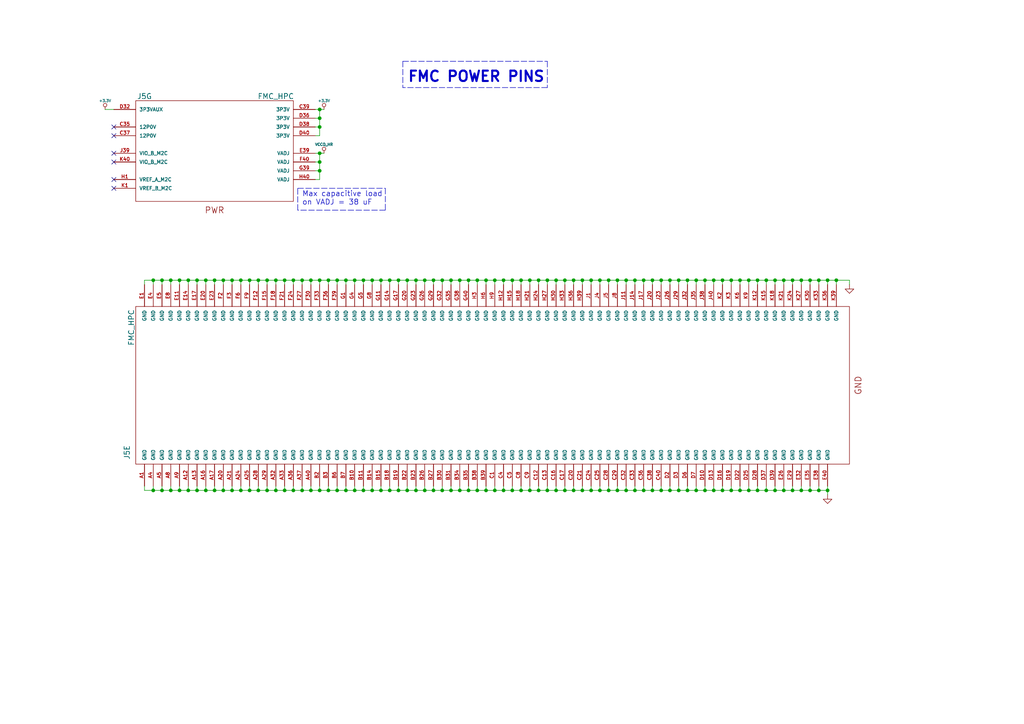
<source format=kicad_sch>
(kicad_sch (version 20231120) (generator "eeschema") (generator_version "8.0")
  (paper "A4")
  (title_block (title "CIAA-ACC FMC POWER pins") (date "2019-08-28") (rev "V1.4") (company "COMPUTADORA INDUSTRIAL ABIERTA ARGENTINA. CIAA-ACC (HPC)") (comment 1 "Authors: See 'doc/CHANGES.txt' file.      License: See 'doc/LICENCIA_CIAA_ACC.txt' file."))
  (junction (at 140.97 81.28))
  (junction (at 163.83 142.24))
  (junction (at 105.41 142.24))
  (junction (at 87.63 81.28))
  (junction (at 130.81 81.28))
  (junction (at 227.33 142.24))
  (junction (at 74.93 142.24))
  (junction (at 120.65 81.28))
  (junction (at 224.79 142.24))
  (junction (at 95.25 142.24))
  (junction (at 163.83 81.28))
  (junction (at 151.13 81.28))
  (junction (at 44.45 81.28))
  (junction (at 201.93 142.24))
  (junction (at 204.47 142.24))
  (junction (at 62.23 81.28))
  (junction (at 209.55 142.24))
  (junction (at 69.85 81.28))
  (junction (at 97.79 142.24))
  (junction (at 242.57 81.28))
  (junction (at 166.37 81.28))
  (junction (at 95.25 81.28))
  (junction (at 67.31 81.28))
  (junction (at 161.29 142.24))
  (junction (at 92.71 46.99))
  (junction (at 123.19 81.28))
  (junction (at 194.31 142.24))
  (junction (at 110.49 142.24))
  (junction (at 219.71 142.24))
  (junction (at 191.77 142.24))
  (junction (at 120.65 142.24))
  (junction (at 199.39 81.28))
  (junction (at 173.99 142.24))
  (junction (at 90.17 81.28))
  (junction (at 82.55 142.24))
  (junction (at 146.05 142.24))
  (junction (at 130.81 142.24))
  (junction (at 80.01 81.28))
  (junction (at 196.85 142.24))
  (junction (at 54.61 142.24))
  (junction (at 138.43 81.28))
  (junction (at 52.07 142.24))
  (junction (at 214.63 81.28))
  (junction (at 161.29 81.28))
  (junction (at 148.59 142.24))
  (junction (at 90.17 142.24))
  (junction (at 133.35 142.24))
  (junction (at 92.71 49.53))
  (junction (at 196.85 81.28))
  (junction (at 105.41 81.28))
  (junction (at 173.99 81.28))
  (junction (at 153.67 142.24))
  (junction (at 92.71 81.28))
  (junction (at 44.45 142.24))
  (junction (at 77.47 142.24))
  (junction (at 74.93 81.28))
  (junction (at 214.63 142.24))
  (junction (at 212.09 142.24))
  (junction (at 102.87 81.28))
  (junction (at 115.57 81.28))
  (junction (at 209.55 81.28))
  (junction (at 176.53 142.24))
  (junction (at 107.95 81.28))
  (junction (at 115.57 142.24))
  (junction (at 135.89 81.28))
  (junction (at 186.69 142.24))
  (junction (at 85.09 81.28))
  (junction (at 179.07 81.28))
  (junction (at 217.17 81.28))
  (junction (at 189.23 142.24))
  (junction (at 123.19 142.24))
  (junction (at 128.27 81.28))
  (junction (at 113.03 81.28))
  (junction (at 207.01 142.24))
  (junction (at 92.71 36.83))
  (junction (at 87.63 142.24))
  (junction (at 227.33 81.28))
  (junction (at 166.37 142.24))
  (junction (at 69.85 142.24))
  (junction (at 181.61 81.28))
  (junction (at 168.91 142.24))
  (junction (at 143.51 81.28))
  (junction (at 62.23 142.24))
  (junction (at 82.55 81.28))
  (junction (at 204.47 81.28))
  (junction (at 138.43 142.24))
  (junction (at 52.07 81.28))
  (junction (at 222.25 81.28))
  (junction (at 64.77 142.24))
  (junction (at 184.15 142.24))
  (junction (at 201.93 81.28))
  (junction (at 100.33 142.24))
  (junction (at 133.35 81.28))
  (junction (at 217.17 142.24))
  (junction (at 212.09 81.28))
  (junction (at 232.41 142.24))
  (junction (at 189.23 81.28))
  (junction (at 57.15 81.28))
  (junction (at 222.25 142.24))
  (junction (at 54.61 81.28))
  (junction (at 219.71 81.28))
  (junction (at 92.71 31.75))
  (junction (at 118.11 142.24))
  (junction (at 179.07 142.24))
  (junction (at 240.03 142.24))
  (junction (at 168.91 81.28))
  (junction (at 234.95 142.24))
  (junction (at 148.59 81.28))
  (junction (at 97.79 81.28))
  (junction (at 151.13 142.24))
  (junction (at 234.95 81.28))
  (junction (at 176.53 81.28))
  (junction (at 140.97 142.24))
  (junction (at 46.99 81.28))
  (junction (at 158.75 81.28))
  (junction (at 113.03 142.24))
  (junction (at 59.69 142.24))
  (junction (at 100.33 81.28))
  (junction (at 128.27 142.24))
  (junction (at 135.89 142.24))
  (junction (at 77.47 81.28))
  (junction (at 156.21 81.28))
  (junction (at 143.51 142.24))
  (junction (at 125.73 142.24))
  (junction (at 110.49 81.28))
  (junction (at 92.71 44.45))
  (junction (at 102.87 142.24))
  (junction (at 72.39 81.28))
  (junction (at 181.61 142.24))
  (junction (at 186.69 81.28))
  (junction (at 171.45 81.28))
  (junction (at 57.15 142.24))
  (junction (at 49.53 142.24))
  (junction (at 107.95 142.24))
  (junction (at 125.73 81.28))
  (junction (at 171.45 142.24))
  (junction (at 80.01 142.24))
  (junction (at 146.05 81.28))
  (junction (at 156.21 142.24))
  (junction (at 194.31 81.28))
  (junction (at 118.11 81.28))
  (junction (at 59.69 81.28))
  (junction (at 72.39 142.24))
  (junction (at 237.49 142.24))
  (junction (at 85.09 142.24))
  (junction (at 207.01 81.28))
  (junction (at 46.99 142.24))
  (junction (at 224.79 81.28))
  (junction (at 92.71 34.29))
  (junction (at 64.77 81.28))
  (junction (at 199.39 142.24))
  (junction (at 191.77 81.28))
  (junction (at 67.31 142.24))
  (junction (at 184.15 81.28))
  (junction (at 158.75 142.24))
  (junction (at 237.49 81.28))
  (junction (at 229.87 142.24))
  (junction (at 92.71 142.24))
  (junction (at 49.53 81.28))
  (junction (at 240.03 81.28))
  (junction (at 153.67 81.28))
  (junction (at 232.41 81.28))
  (junction (at 229.87 81.28))
  (no_connect (at 33.02 54.61))
  (no_connect (at 33.02 44.45))
  (no_connect (at 33.02 46.99))
  (no_connect (at 33.02 39.37))
  (no_connect (at 33.02 52.07))
  (no_connect (at 33.02 36.83))
  (wire (pts (xy 91.44 36.83) (xy 92.71 36.83)))
  (wire (pts (xy 237.49 140.97) (xy 237.49 142.24)))
  (wire (pts (xy 120.65 140.97) (xy 120.65 142.24)))
  (wire (pts (xy 105.41 82.55) (xy 105.41 81.28)))
  (wire (pts (xy 163.83 81.28) (xy 161.29 81.28)))
  (wire (pts (xy 194.31 81.28) (xy 191.77 81.28)))
  (wire (pts (xy 232.41 82.55) (xy 232.41 81.28)))
  (wire (pts (xy 92.71 34.29) (xy 92.71 31.75)))
  (wire (pts (xy 67.31 81.28) (xy 64.77 81.28)))
  (wire (pts (xy 123.19 142.24) (xy 120.65 142.24)))
  (wire (pts (xy 64.77 82.55) (xy 64.77 81.28)))
  (wire (pts (xy 80.01 81.28) (xy 77.47 81.28)))
  (wire (pts (xy 80.01 142.24) (xy 77.47 142.24)))
  (wire (pts (xy 140.97 81.28) (xy 138.43 81.28)))
  (wire (pts (xy 224.79 140.97) (xy 224.79 142.24)))
  (wire (pts (xy 130.81 140.97) (xy 130.81 142.24)))
  (wire (pts (xy 143.51 140.97) (xy 143.51 142.24)))
  (wire (pts (xy 217.17 81.28) (xy 214.63 81.28)))
  (wire (pts (xy 74.93 140.97) (xy 74.93 142.24)))
  (wire (pts (xy 222.25 140.97) (xy 222.25 142.24)))
  (wire (pts (xy 67.31 142.24) (xy 64.77 142.24)))
  (wire (pts (xy 146.05 81.28) (xy 143.51 81.28)))
  (wire (pts (xy 125.73 142.24) (xy 123.19 142.24)))
  (wire (pts (xy 74.93 82.55) (xy 74.93 81.28)))
  (wire (pts (xy 54.61 82.55) (xy 54.61 81.28)))
  (polyline (pts (xy 111.76 60.96) (xy 86.36 60.96)) (stroke (width 0) (type dash)))
  (wire (pts (xy 148.59 142.24) (xy 146.05 142.24)))
  (wire (pts (xy 189.23 82.55) (xy 189.23 81.28)))
  (wire (pts (xy 209.55 82.55) (xy 209.55 81.28)))
  (wire (pts (xy 77.47 81.28) (xy 74.93 81.28)))
  (wire (pts (xy 242.57 81.28) (xy 240.03 81.28)))
  (wire (pts (xy 130.81 142.24) (xy 128.27 142.24)))
  (wire (pts (xy 222.25 81.28) (xy 219.71 81.28)))
  (wire (pts (xy 209.55 81.28) (xy 207.01 81.28)))
  (wire (pts (xy 232.41 81.28) (xy 229.87 81.28)))
  (wire (pts (xy 52.07 82.55) (xy 52.07 81.28)))
  (wire (pts (xy 92.71 31.75) (xy 91.44 31.75)))
  (wire (pts (xy 204.47 81.28) (xy 201.93 81.28)))
  (wire (pts (xy 97.79 142.24) (xy 95.25 142.24)))
  (wire (pts (xy 102.87 140.97) (xy 102.87 142.24)))
  (wire (pts (xy 135.89 140.97) (xy 135.89 142.24)))
  (wire (pts (xy 204.47 142.24) (xy 201.93 142.24)))
  (wire (pts (xy 168.91 142.24) (xy 166.37 142.24)))
  (wire (pts (xy 64.77 81.28) (xy 62.23 81.28)))
  (wire (pts (xy 217.17 82.55) (xy 217.17 81.28)))
  (wire (pts (xy 125.73 81.28) (xy 123.19 81.28)))
  (wire (pts (xy 171.45 142.24) (xy 168.91 142.24)))
  (wire (pts (xy 222.25 142.24) (xy 219.71 142.24)))
  (wire (pts (xy 107.95 142.24) (xy 105.41 142.24)))
  (wire (pts (xy 125.73 140.97) (xy 125.73 142.24)))
  (wire (pts (xy 204.47 82.55) (xy 204.47 81.28)))
  (wire (pts (xy 72.39 140.97) (xy 72.39 142.24)))
  (wire (pts (xy 110.49 82.55) (xy 110.49 81.28)))
  (wire (pts (xy 44.45 81.28) (xy 41.91 81.28)))
  (wire (pts (xy 207.01 140.97) (xy 207.01 142.24)))
  (wire (pts (xy 148.59 81.28) (xy 146.05 81.28)))
  (wire (pts (xy 87.63 140.97) (xy 87.63 142.24)))
  (wire (pts (xy 161.29 142.24) (xy 158.75 142.24)))
  (wire (pts (xy 44.45 82.55) (xy 44.45 81.28)))
  (wire (pts (xy 240.03 143.51) (xy 240.03 142.24)))
  (wire (pts (xy 102.87 81.28) (xy 100.33 81.28)))
  (wire (pts (xy 105.41 140.97) (xy 105.41 142.24)))
  (wire (pts (xy 52.07 140.97) (xy 52.07 142.24)))
  (wire (pts (xy 227.33 140.97) (xy 227.33 142.24)))
  (wire (pts (xy 72.39 81.28) (xy 69.85 81.28)))
  (wire (pts (xy 41.91 81.28) (xy 41.91 82.55)))
  (wire (pts (xy 161.29 81.28) (xy 158.75 81.28)))
  (wire (pts (xy 148.59 140.97) (xy 148.59 142.24)))
  (wire (pts (xy 179.07 142.24) (xy 176.53 142.24)))
  (wire (pts (xy 146.05 82.55) (xy 146.05 81.28)))
  (wire (pts (xy 163.83 142.24) (xy 161.29 142.24)))
  (wire (pts (xy 92.71 46.99) (xy 92.71 49.53)))
  (wire (pts (xy 93.98 44.45) (xy 92.71 44.45)))
  (wire (pts (xy 240.03 142.24) (xy 237.49 142.24)))
  (wire (pts (xy 115.57 82.55) (xy 115.57 81.28)))
  (wire (pts (xy 181.61 140.97) (xy 181.61 142.24)))
  (wire (pts (xy 135.89 82.55) (xy 135.89 81.28)))
  (wire (pts (xy 214.63 142.24) (xy 212.09 142.24)))
  (wire (pts (xy 93.98 31.75) (xy 92.71 31.75)))
  (wire (pts (xy 92.71 81.28) (xy 90.17 81.28)))
  (wire (pts (xy 176.53 142.24) (xy 173.99 142.24)))
  (wire (pts (xy 151.13 82.55) (xy 151.13 81.28)))
  (wire (pts (xy 130.81 82.55) (xy 130.81 81.28)))
  (wire (pts (xy 186.69 81.28) (xy 184.15 81.28)))
  (wire (pts (xy 62.23 140.97) (xy 62.23 142.24)))
  (wire (pts (xy 189.23 142.24) (xy 186.69 142.24)))
  (wire (pts (xy 242.57 82.55) (xy 242.57 81.28)))
  (wire (pts (xy 46.99 81.28) (xy 44.45 81.28)))
  (wire (pts (xy 54.61 81.28) (xy 52.07 81.28)))
  (wire (pts (xy 49.53 142.24) (xy 46.99 142.24)))
  (wire (pts (xy 184.15 82.55) (xy 184.15 81.28)))
  (wire (pts (xy 59.69 140.97) (xy 59.69 142.24)))
  (wire (pts (xy 52.07 81.28) (xy 49.53 81.28)))
  (wire (pts (xy 107.95 81.28) (xy 105.41 81.28)))
  (wire (pts (xy 133.35 82.55) (xy 133.35 81.28)))
  (wire (pts (xy 212.09 140.97) (xy 212.09 142.24)))
  (wire (pts (xy 69.85 81.28) (xy 67.31 81.28)))
  (wire (pts (xy 82.55 140.97) (xy 82.55 142.24)))
  (wire (pts (xy 179.07 140.97) (xy 179.07 142.24)))
  (wire (pts (xy 110.49 142.24) (xy 107.95 142.24)))
  (wire (pts (xy 201.93 142.24) (xy 199.39 142.24)))
  (wire (pts (xy 135.89 81.28) (xy 133.35 81.28)))
  (wire (pts (xy 204.47 140.97) (xy 204.47 142.24)))
  (wire (pts (xy 168.91 82.55) (xy 168.91 81.28)))
  (wire (pts (xy 90.17 82.55) (xy 90.17 81.28)))
  (wire (pts (xy 143.51 142.24) (xy 140.97 142.24)))
  (wire (pts (xy 181.61 81.28) (xy 179.07 81.28)))
  (wire (pts (xy 62.23 81.28) (xy 59.69 81.28)))
  (wire (pts (xy 176.53 81.28) (xy 173.99 81.28)))
  (polyline (pts (xy 86.36 54.61) (xy 111.76 54.61)) (stroke (width 0) (type dash)))
  (wire (pts (xy 102.87 142.24) (xy 100.33 142.24)))
  (wire (pts (xy 184.15 142.24) (xy 181.61 142.24)))
  (wire (pts (xy 100.33 82.55) (xy 100.33 81.28)))
  (wire (pts (xy 57.15 140.97) (xy 57.15 142.24)))
  (wire (pts (xy 161.29 140.97) (xy 161.29 142.24)))
  (wire (pts (xy 201.93 81.28) (xy 199.39 81.28)))
  (wire (pts (xy 156.21 140.97) (xy 156.21 142.24)))
  (wire (pts (xy 100.33 81.28) (xy 97.79 81.28)))
  (wire (pts (xy 110.49 81.28) (xy 107.95 81.28)))
  (wire (pts (xy 118.11 81.28) (xy 115.57 81.28)))
  (wire (pts (xy 176.53 140.97) (xy 176.53 142.24)))
  (wire (pts (xy 92.71 36.83) (xy 92.71 34.29)))
  (wire (pts (xy 100.33 142.24) (xy 97.79 142.24)))
  (polyline (pts (xy 158.75 17.78) (xy 158.75 25.4)) (stroke (width 0) (type dash)))
  (wire (pts (xy 234.95 81.28) (xy 232.41 81.28)))
  (polyline (pts (xy 116.84 17.78) (xy 116.84 25.4)) (stroke (width 0) (type dash)))
  (wire (pts (xy 82.55 82.55) (xy 82.55 81.28)))
  (wire (pts (xy 91.44 39.37) (xy 92.71 39.37)))
  (wire (pts (xy 95.25 81.28) (xy 92.71 81.28)))
  (wire (pts (xy 191.77 82.55) (xy 191.77 81.28)))
  (wire (pts (xy 90.17 140.97) (xy 90.17 142.24)))
  (wire (pts (xy 158.75 142.24) (xy 156.21 142.24)))
  (wire (pts (xy 194.31 82.55) (xy 194.31 81.28)))
  (wire (pts (xy 123.19 82.55) (xy 123.19 81.28)))
  (wire (pts (xy 128.27 142.24) (xy 125.73 142.24)))
  (wire (pts (xy 49.53 140.97) (xy 49.53 142.24)))
  (wire (pts (xy 171.45 82.55) (xy 171.45 81.28)))
  (wire (pts (xy 91.44 34.29) (xy 92.71 34.29)))
  (wire (pts (xy 57.15 142.24) (xy 54.61 142.24)))
  (wire (pts (xy 156.21 81.28) (xy 153.67 81.28)))
  (wire (pts (xy 46.99 140.97) (xy 46.99 142.24)))
  (wire (pts (xy 44.45 140.97) (xy 44.45 142.24)))
  (wire (pts (xy 189.23 81.28) (xy 186.69 81.28)))
  (wire (pts (xy 234.95 140.97) (xy 234.95 142.24)))
  (wire (pts (xy 113.03 82.55) (xy 113.03 81.28)))
  (wire (pts (xy 120.65 82.55) (xy 120.65 81.28)))
  (wire (pts (xy 74.93 142.24) (xy 72.39 142.24)))
  (wire (pts (xy 189.23 140.97) (xy 189.23 142.24)))
  (wire (pts (xy 151.13 142.24) (xy 148.59 142.24)))
  (wire (pts (xy 100.33 140.97) (xy 100.33 142.24)))
  (wire (pts (xy 214.63 82.55) (xy 214.63 81.28)))
  (wire (pts (xy 82.55 142.24) (xy 80.01 142.24)))
  (wire (pts (xy 222.25 82.55) (xy 222.25 81.28)))
  (wire (pts (xy 207.01 82.55) (xy 207.01 81.28)))
  (wire (pts (xy 234.95 82.55) (xy 234.95 81.28)))
  (wire (pts (xy 62.23 82.55) (xy 62.23 81.28)))
  (wire (pts (xy 153.67 81.28) (xy 151.13 81.28)))
  (wire (pts (xy 207.01 142.24) (xy 204.47 142.24)))
  (wire (pts (xy 229.87 82.55) (xy 229.87 81.28)))
  (wire (pts (xy 133.35 81.28) (xy 130.81 81.28)))
  (wire (pts (xy 151.13 140.97) (xy 151.13 142.24)))
  (wire (pts (xy 105.41 81.28) (xy 102.87 81.28)))
  (wire (pts (xy 120.65 81.28) (xy 118.11 81.28)))
  (wire (pts (xy 138.43 142.24) (xy 135.89 142.24)))
  (wire (pts (xy 237.49 82.55) (xy 237.49 81.28)))
  (wire (pts (xy 92.71 82.55) (xy 92.71 81.28)))
  (wire (pts (xy 72.39 142.24) (xy 69.85 142.24)))
  (wire (pts (xy 90.17 142.24) (xy 87.63 142.24)))
  (wire (pts (xy 95.25 140.97) (xy 95.25 142.24)))
  (wire (pts (xy 64.77 140.97) (xy 64.77 142.24)))
  (wire (pts (xy 158.75 82.55) (xy 158.75 81.28)))
  (wire (pts (xy 87.63 142.24) (xy 85.09 142.24)))
  (wire (pts (xy 113.03 140.97) (xy 113.03 142.24)))
  (wire (pts (xy 92.71 44.45) (xy 91.44 44.45)))
  (wire (pts (xy 54.61 140.97) (xy 54.61 142.24)))
  (wire (pts (xy 232.41 142.24) (xy 229.87 142.24)))
  (wire (pts (xy 240.03 142.24) (xy 240.03 140.97)))
  (wire (pts (xy 191.77 142.24) (xy 189.23 142.24)))
  (wire (pts (xy 214.63 140.97) (xy 214.63 142.24)))
  (wire (pts (xy 229.87 140.97) (xy 229.87 142.24)))
  (wire (pts (xy 146.05 140.97) (xy 146.05 142.24)))
  (wire (pts (xy 168.91 81.28) (xy 166.37 81.28)))
  (wire (pts (xy 148.59 82.55) (xy 148.59 81.28)))
  (wire (pts (xy 77.47 142.24) (xy 74.93 142.24)))
  (wire (pts (xy 186.69 140.97) (xy 186.69 142.24)))
  (wire (pts (xy 196.85 82.55) (xy 196.85 81.28)))
  (wire (pts (xy 107.95 82.55) (xy 107.95 81.28)))
  (wire (pts (xy 87.63 82.55) (xy 87.63 81.28)))
  (wire (pts (xy 105.41 142.24) (xy 102.87 142.24)))
  (wire (pts (xy 212.09 81.28) (xy 209.55 81.28)))
  (wire (pts (xy 232.41 140.97) (xy 232.41 142.24)))
  (wire (pts (xy 92.71 49.53) (xy 92.71 52.07)))
  (wire (pts (xy 85.09 82.55) (xy 85.09 81.28)))
  (wire (pts (xy 62.23 142.24) (xy 59.69 142.24)))
  (wire (pts (xy 74.93 81.28) (xy 72.39 81.28)))
  (wire (pts (xy 92.71 140.97) (xy 92.71 142.24)))
  (wire (pts (xy 166.37 81.28) (xy 163.83 81.28)))
  (wire (pts (xy 209.55 142.24) (xy 207.01 142.24)))
  (wire (pts (xy 67.31 140.97) (xy 67.31 142.24)))
  (wire (pts (xy 184.15 140.97) (xy 184.15 142.24)))
  (wire (pts (xy 80.01 140.97) (xy 80.01 142.24)))
  (wire (pts (xy 199.39 81.28) (xy 196.85 81.28)))
  (wire (pts (xy 196.85 140.97) (xy 196.85 142.24)))
  (wire (pts (xy 133.35 140.97) (xy 133.35 142.24)))
  (wire (pts (xy 57.15 81.28) (xy 54.61 81.28)))
  (wire (pts (xy 217.17 140.97) (xy 217.17 142.24)))
  (wire (pts (xy 191.77 140.97) (xy 191.77 142.24)))
  (wire (pts (xy 217.17 142.24) (xy 214.63 142.24)))
  (wire (pts (xy 186.69 82.55) (xy 186.69 81.28)))
  (wire (pts (xy 138.43 140.97) (xy 138.43 142.24)))
  (wire (pts (xy 199.39 82.55) (xy 199.39 81.28)))
  (wire (pts (xy 199.39 142.24) (xy 196.85 142.24)))
  (wire (pts (xy 166.37 142.24) (xy 163.83 142.24)))
  (wire (pts (xy 125.73 82.55) (xy 125.73 81.28)))
  (wire (pts (xy 146.05 142.24) (xy 143.51 142.24)))
  (wire (pts (xy 224.79 142.24) (xy 222.25 142.24)))
  (wire (pts (xy 161.29 82.55) (xy 161.29 81.28)))
  (wire (pts (xy 212.09 142.24) (xy 209.55 142.24)))
  (wire (pts (xy 82.55 81.28) (xy 80.01 81.28)))
  (wire (pts (xy 92.71 44.45) (xy 92.71 46.99)))
  (wire (pts (xy 135.89 142.24) (xy 133.35 142.24)))
  (wire (pts (xy 95.25 142.24) (xy 92.71 142.24)))
  (wire (pts (xy 173.99 81.28) (xy 171.45 81.28)))
  (wire (pts (xy 44.45 142.24) (xy 41.91 142.24)))
  (wire (pts (xy 186.69 142.24) (xy 184.15 142.24)))
  (wire (pts (xy 227.33 82.55) (xy 227.33 81.28)))
  (wire (pts (xy 173.99 142.24) (xy 171.45 142.24)))
  (wire (pts (xy 120.65 142.24) (xy 118.11 142.24)))
  (wire (pts (xy 128.27 140.97) (xy 128.27 142.24)))
  (wire (pts (xy 130.81 81.28) (xy 128.27 81.28)))
  (wire (pts (xy 80.01 82.55) (xy 80.01 81.28)))
  (wire (pts (xy 196.85 81.28) (xy 194.31 81.28)))
  (wire (pts (xy 97.79 82.55) (xy 97.79 81.28)))
  (wire (pts (xy 163.83 82.55) (xy 163.83 81.28)))
  (wire (pts (xy 156.21 82.55) (xy 156.21 81.28)))
  (wire (pts (xy 110.49 140.97) (xy 110.49 142.24)))
  (wire (pts (xy 91.44 46.99) (xy 92.71 46.99)))
  (wire (pts (xy 140.97 140.97) (xy 140.97 142.24)))
  (wire (pts (xy 102.87 82.55) (xy 102.87 81.28)))
  (wire (pts (xy 156.21 142.24) (xy 153.67 142.24)))
  (wire (pts (xy 107.95 140.97) (xy 107.95 142.24)))
  (wire (pts (xy 52.07 142.24) (xy 49.53 142.24)))
  (wire (pts (xy 179.07 82.55) (xy 179.07 81.28)))
  (wire (pts (xy 212.09 82.55) (xy 212.09 81.28)))
  (wire (pts (xy 67.31 82.55) (xy 67.31 81.28)))
  (polyline (pts (xy 158.75 25.4) (xy 116.84 25.4)) (stroke (width 0) (type dash)))
  (wire (pts (xy 207.01 81.28) (xy 204.47 81.28)))
  (wire (pts (xy 113.03 81.28) (xy 110.49 81.28)))
  (wire (pts (xy 214.63 81.28) (xy 212.09 81.28)))
  (wire (pts (xy 118.11 142.24) (xy 115.57 142.24)))
  (wire (pts (xy 123.19 140.97) (xy 123.19 142.24)))
  (wire (pts (xy 49.53 82.55) (xy 49.53 81.28)))
  (wire (pts (xy 128.27 82.55) (xy 128.27 81.28)))
  (wire (pts (xy 128.27 81.28) (xy 125.73 81.28)))
  (wire (pts (xy 158.75 81.28) (xy 156.21 81.28)))
  (wire (pts (xy 219.71 82.55) (xy 219.71 81.28)))
  (wire (pts (xy 171.45 81.28) (xy 168.91 81.28)))
  (wire (pts (xy 143.51 82.55) (xy 143.51 81.28)))
  (wire (pts (xy 191.77 81.28) (xy 189.23 81.28)))
  (wire (pts (xy 77.47 140.97) (xy 77.47 142.24)))
  (wire (pts (xy 201.93 82.55) (xy 201.93 81.28)))
  (wire (pts (xy 115.57 81.28) (xy 113.03 81.28)))
  (wire (pts (xy 229.87 81.28) (xy 227.33 81.28)))
  (wire (pts (xy 46.99 142.24) (xy 44.45 142.24)))
  (wire (pts (xy 97.79 81.28) (xy 95.25 81.28)))
  (wire (pts (xy 57.15 82.55) (xy 57.15 81.28)))
  (wire (pts (xy 87.63 81.28) (xy 85.09 81.28)))
  (wire (pts (xy 229.87 142.24) (xy 227.33 142.24)))
  (wire (pts (xy 194.31 140.97) (xy 194.31 142.24)))
  (wire (pts (xy 64.77 142.24) (xy 62.23 142.24)))
  (wire (pts (xy 138.43 81.28) (xy 135.89 81.28)))
  (wire (pts (xy 54.61 142.24) (xy 52.07 142.24)))
  (wire (pts (xy 234.95 142.24) (xy 232.41 142.24)))
  (wire (pts (xy 176.53 82.55) (xy 176.53 81.28)))
  (wire (pts (xy 227.33 142.24) (xy 224.79 142.24)))
  (wire (pts (xy 237.49 142.24) (xy 234.95 142.24)))
  (wire (pts (xy 115.57 142.24) (xy 113.03 142.24)))
  (wire (pts (xy 140.97 142.24) (xy 138.43 142.24)))
  (wire (pts (xy 59.69 81.28) (xy 57.15 81.28)))
  (wire (pts (xy 140.97 82.55) (xy 140.97 81.28)))
  (wire (pts (xy 69.85 140.97) (xy 69.85 142.24)))
  (wire (pts (xy 224.79 81.28) (xy 222.25 81.28)))
  (wire (pts (xy 173.99 82.55) (xy 173.99 81.28)))
  (wire (pts (xy 123.19 81.28) (xy 120.65 81.28)))
  (wire (pts (xy 181.61 142.24) (xy 179.07 142.24)))
  (wire (pts (xy 246.38 81.28) (xy 242.57 81.28)))
  (wire (pts (xy 113.03 142.24) (xy 110.49 142.24)))
  (polyline (pts (xy 86.36 60.96) (xy 86.36 54.61)) (stroke (width 0) (type dash)))
  (wire (pts (xy 227.33 81.28) (xy 224.79 81.28)))
  (wire (pts (xy 184.15 81.28) (xy 181.61 81.28)))
  (wire (pts (xy 92.71 39.37) (xy 92.71 36.83)))
  (wire (pts (xy 92.71 142.24) (xy 90.17 142.24)))
  (wire (pts (xy 219.71 140.97) (xy 219.71 142.24)))
  (wire (pts (xy 133.35 142.24) (xy 130.81 142.24)))
  (wire (pts (xy 201.93 140.97) (xy 201.93 142.24)))
  (wire (pts (xy 69.85 142.24) (xy 67.31 142.24)))
  (wire (pts (xy 59.69 82.55) (xy 59.69 81.28)))
  (wire (pts (xy 219.71 142.24) (xy 217.17 142.24)))
  (wire (pts (xy 59.69 142.24) (xy 57.15 142.24)))
  (wire (pts (xy 173.99 140.97) (xy 173.99 142.24)))
  (wire (pts (xy 163.83 140.97) (xy 163.83 142.24)))
  (wire (pts (xy 95.25 82.55) (xy 95.25 81.28)))
  (wire (pts (xy 91.44 49.53) (xy 92.71 49.53)))
  (wire (pts (xy 194.31 142.24) (xy 191.77 142.24)))
  (wire (pts (xy 224.79 82.55) (xy 224.79 81.28)))
  (wire (pts (xy 41.91 142.24) (xy 41.91 140.97)))
  (wire (pts (xy 166.37 140.97) (xy 166.37 142.24)))
  (wire (pts (xy 115.57 140.97) (xy 115.57 142.24)))
  (wire (pts (xy 118.11 82.55) (xy 118.11 81.28)))
  (wire (pts (xy 168.91 140.97) (xy 168.91 142.24)))
  (wire (pts (xy 199.39 140.97) (xy 199.39 142.24)))
  (wire (pts (xy 153.67 140.97) (xy 153.67 142.24)))
  (wire (pts (xy 30.48 31.75) (xy 33.02 31.75)))
  (wire (pts (xy 166.37 82.55) (xy 166.37 81.28)))
  (wire (pts (xy 196.85 142.24) (xy 194.31 142.24)))
  (wire (pts (xy 72.39 82.55) (xy 72.39 81.28)))
  (wire (pts (xy 237.49 81.28) (xy 234.95 81.28)))
  (polyline (pts (xy 111.76 54.61) (xy 111.76 60.96)) (stroke (width 0) (type dash)))
  (wire (pts (xy 49.53 81.28) (xy 46.99 81.28)))
  (wire (pts (xy 240.03 81.28) (xy 237.49 81.28)))
  (wire (pts (xy 209.55 140.97) (xy 209.55 142.24)))
  (wire (pts (xy 143.51 81.28) (xy 140.97 81.28)))
  (wire (pts (xy 246.38 82.55) (xy 246.38 81.28)))
  (wire (pts (xy 171.45 140.97) (xy 171.45 142.24)))
  (wire (pts (xy 46.99 82.55) (xy 46.99 81.28)))
  (wire (pts (xy 85.09 142.24) (xy 82.55 142.24)))
  (wire (pts (xy 85.09 81.28) (xy 82.55 81.28)))
  (wire (pts (xy 219.71 81.28) (xy 217.17 81.28)))
  (wire (pts (xy 90.17 81.28) (xy 87.63 81.28)))
  (wire (pts (xy 138.43 82.55) (xy 138.43 81.28)))
  (wire (pts (xy 85.09 140.97) (xy 85.09 142.24)))
  (wire (pts (xy 158.75 140.97) (xy 158.75 142.24)))
  (wire (pts (xy 151.13 81.28) (xy 148.59 81.28)))
  (wire (pts (xy 92.71 52.07) (xy 91.44 52.07)))
  (wire (pts (xy 240.03 82.55) (xy 240.03 81.28)))
  (polyline (pts (xy 116.84 17.78) (xy 158.75 17.78)) (stroke (width 0) (type dash)))
  (wire (pts (xy 179.07 81.28) (xy 176.53 81.28)))
  (wire (pts (xy 97.79 140.97) (xy 97.79 142.24)))
  (wire (pts (xy 153.67 142.24) (xy 151.13 142.24)))
  (wire (pts (xy 77.47 82.55) (xy 77.47 81.28)))
  (wire (pts (xy 118.11 140.97) (xy 118.11 142.24)))
  (wire (pts (xy 181.61 82.55) (xy 181.61 81.28)))
  (wire (pts (xy 153.67 82.55) (xy 153.67 81.28)))
  (wire (pts (xy 69.85 82.55) (xy 69.85 81.28)))
  (text "FMC POWER PINS" (at 118.11 24.13 0) (effects (font (size 2.9972 2.9972) (thickness 0.5994) (bold yes)) (justify left bottom)))
  (text "Max capacitive load \non VADJ = 38 uF " (at 87.63 59.69 0) (effects (font (size 1.524 1.524)) (justify left bottom)))
  (symbol (lib_id "FMC_HPC:FMC_HPC") (at 143.51 111.76 90) (unit 5)
    (property "Reference" "J5" (at 36.83 133.35 0) (effects (font (size 1.524 1.524)) (justify left)))
    (property "Value" "FMC_HPC" (at 38.1 100.33 0) (effects (font (size 1.524 1.524)) (justify left)))
    (property "Footprint" "samtec:ASP-134486-01" (effects (hide yes)))
    (property "Description" "FMC HPC" (effects (hide yes)))
    (property "Manf" "Samtec" (effects (hide yes)))
    (property "Manf#" "ASP-134486-01" (effects (hide yes)))
    (property "Reemplazo" "ASP-134485-01" (effects (hide yes)))
    (instances (project "ciaa_acc" (path "" (reference "J5") (unit 5)) (path "" (reference "J?") (unit 5))))
  )
  (symbol (lib_id "FMC_HPC:FMC_HPC") (at 62.23 41.91 0) (unit 7)
    (property "Reference" "J5" (at 41.91 27.94 0) (effects (font (size 1.524 1.524))))
    (property "Value" "FMC_HPC" (at 80.01 27.94 0) (effects (font (size 1.524 1.524))))
    (property "Footprint" "samtec:ASP-134486-01" (effects (hide yes)))
    (property "Description" "FMC HPC" (effects (hide yes)))
    (property "Manf" "Samtec" (effects (hide yes)))
    (property "Manf#" "ASP-134486-01" (effects (hide yes)))
    (property "Reemplazo" "ASP-134485-01" (effects (hide yes)))
    (instances (project "ciaa_acc" (path "" (reference "J5") (unit 7)) (path "" (reference "J?") (unit 7))))
  )
  (symbol (lib_id "CIAA_ACC:VCCO_HR") (at 93.98 44.45 0) (unit 1)
    (property "Reference" "#PWR0484" (effects (hide yes)))
    (property "Value" "VCCO_HR" (at 93.98 41.91 0) (effects (font (size 0.762 0.762))))
  )
  (symbol (lib_id "CIAA_ACC:+3.3V") (at 93.98 31.75 0) (unit 1)
    (property "Reference" "#PWR0485" (effects (hide yes)))
    (property "Value" "+3.3V" (at 93.98 29.21 0) (effects (font (size 0.762 0.762))))
  )
  (symbol (lib_id "CIAA_ACC:+3.3V") (at 30.48 31.75 0) (unit 1)
    (property "Reference" "#PWR0486" (effects (hide yes)))
    (property "Value" "+3.3V" (at 30.48 29.21 0) (effects (font (size 0.762 0.762))))
  )
  (symbol (lib_id "CIAA_ACC:GND") (at 240.03 143.51 0) (unit 1)
    (property "Reference" "#PWR0487" (effects (hide yes)))
    (property "Value" "GND" (effects (hide yes)))
  )
  (symbol (lib_id "CIAA_ACC:GND") (at 246.38 82.55 0) (unit 1)
    (property "Reference" "#PWR0488" (effects (hide yes)))
    (property "Value" "GND" (effects (hide yes)))
  )
)
</source>
